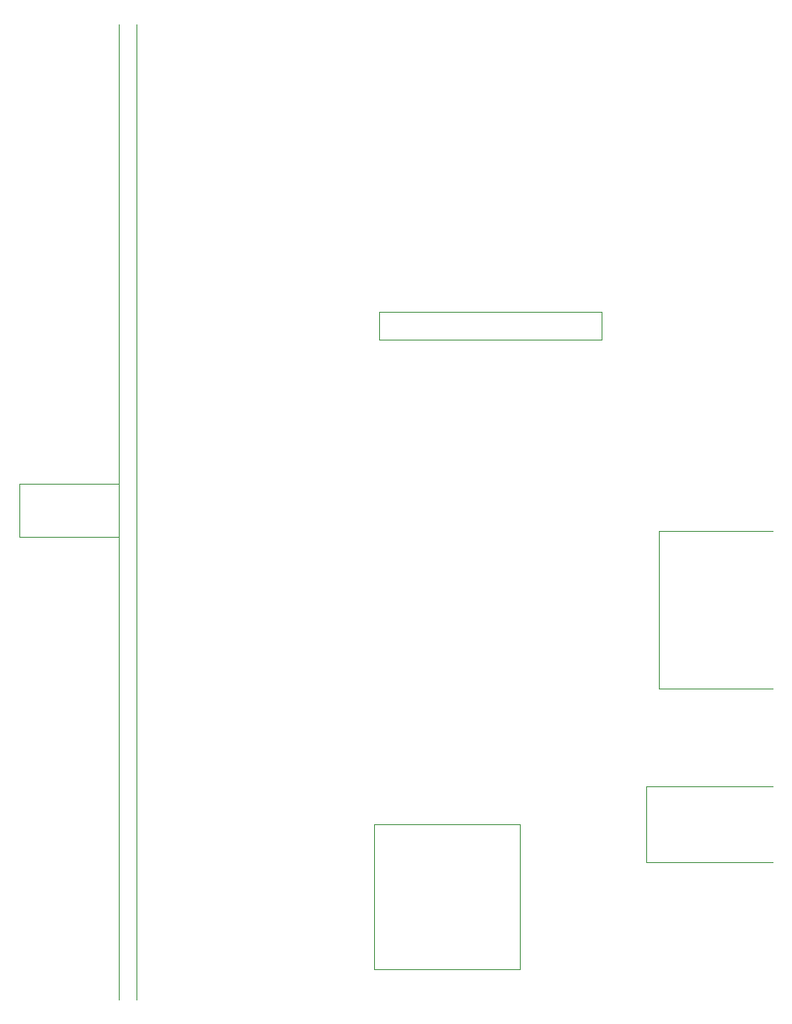
<source format=gbr>
G04 #@! TF.GenerationSoftware,KiCad,Pcbnew,(5.1.8)-1*
G04 #@! TF.CreationDate,2023-02-02T03:17:37+01:00*
G04 #@! TF.ProjectId,BulkyMIDI-32 Internal,42756c6b-794d-4494-9449-2d333220496e,rev?*
G04 #@! TF.SameCoordinates,Original*
G04 #@! TF.FileFunction,OtherDrawing,Comment*
%FSLAX46Y46*%
G04 Gerber Fmt 4.6, Leading zero omitted, Abs format (unit mm)*
G04 Created by KiCad (PCBNEW (5.1.8)-1) date 2023-02-02 03:17:37*
%MOMM*%
%LPD*%
G01*
G04 APERTURE LIST*
%ADD10C,0.050000*%
%ADD11C,0.120000*%
G04 APERTURE END LIST*
D10*
X113400000Y-52100000D02*
X113400000Y-150000000D01*
X111600000Y-52100000D02*
X111600000Y-150000000D01*
D11*
X151885000Y-146979000D02*
X151885000Y-132374000D01*
X151885000Y-132374000D02*
X137280000Y-132374000D01*
X137280000Y-132374000D02*
X137280000Y-146979000D01*
X137280000Y-146979000D02*
X151885000Y-146979000D01*
X177285000Y-128564000D02*
X164585000Y-128564000D01*
X164585000Y-128564000D02*
X164585000Y-136184000D01*
X164585000Y-136184000D02*
X177285000Y-136184000D01*
X177285000Y-102910000D02*
X165855000Y-102910000D01*
X165855000Y-102910000D02*
X165855000Y-118785000D01*
X165855000Y-118785000D02*
X177285000Y-118785000D01*
X148964000Y-83733000D02*
X160140000Y-83733000D01*
X160140000Y-83733000D02*
X160140000Y-80939000D01*
X160140000Y-80939000D02*
X148964000Y-80939000D01*
X137788000Y-80939000D02*
X137788000Y-83733000D01*
X137788000Y-83733000D02*
X148964000Y-83733000D01*
X148964000Y-80939000D02*
X137788000Y-80939000D01*
D10*
X101587800Y-98218000D02*
X101587800Y-103518000D01*
X101587800Y-98218000D02*
X111587800Y-98218000D01*
X101587800Y-103518000D02*
X111587800Y-103518000D01*
M02*

</source>
